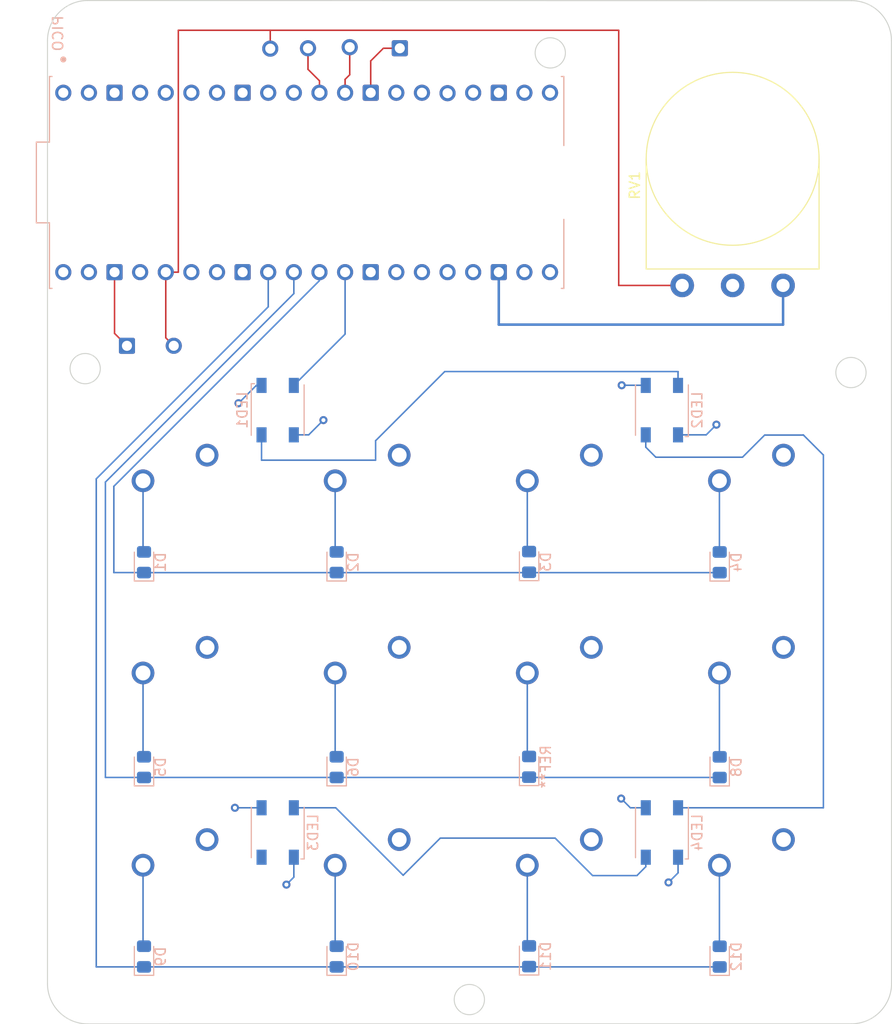
<source format=kicad_pcb>
(kicad_pcb (version 20221018) (generator pcbnew)
  (layers (0 "F.Cu" signal) (1 "In1.Cu" signal) (2 "In2.Cu" signal) (31 "B.Cu" signal) (34 "B.Paste" user) (35 "F.Paste" user) (36 "B.SilkS" user "B.Silkscreen") (37 "F.SilkS" user "F.Silkscreen") (38 "B.Mask" user) (39 "F.Mask" user) (44 "Edge.Cuts" user))
  (net 0 "")
  (footprint "MX_Only:MXOnly-1U-NoLED" (layer "F.Cu") (at 110.49 118.11)
    (fp_text reference "REF**")
    (fp_text value "1U")
    (pad "" np_thru_hole circle (at -5.08 0 48.0996) (size 1.75 1.75) (drill 1.75) (layers "*.Cu" "*.Mask"))
    (pad "" np_thru_hole circle (at 0 0) (size 3.9878 3.9878) (drill 3.9878) (layers "*.Cu" "*.Mask"))
    (pad "" np_thru_hole circle (at 5.08 0 48.0996) (size 1.75 1.75) (drill 1.75) (layers "*.Cu" "*.Mask"))
    (pad "1" thru_hole circle (at -3.81 -2.54) (size 2.25 2.25) (drill 1.47) (layers "*.Cu" "*.Mask"))
    (pad "2" thru_hole circle (at 2.54 -5.08) (size 2.25 2.25) (drill 1.47) (layers "*.Cu" "*.Mask"))
  )
  (footprint "MX_Only:MXOnly-1U-NoLED" (layer "F.Cu") (at 167.64 118.11)
    (fp_text reference "REF**")
    (fp_text value "1U")
    (pad "" np_thru_hole circle (at -5.08 0 48.0996) (size 1.75 1.75) (drill 1.75) (layers "*.Cu" "*.Mask"))
    (pad "" np_thru_hole circle (at 0 0) (size 3.9878 3.9878) (drill 3.9878) (layers "*.Cu" "*.Mask"))
    (pad "" np_thru_hole circle (at 5.08 0 48.0996) (size 1.75 1.75) (drill 1.75) (layers "*.Cu" "*.Mask"))
    (pad "1" thru_hole circle (at -3.81 -2.54) (size 2.25 2.25) (drill 1.47) (layers "*.Cu" "*.Mask"))
    (pad "2" thru_hole circle (at 2.54 -5.08) (size 2.25 2.25) (drill 1.47) (layers "*.Cu" "*.Mask"))
  )
  (footprint "MX_Only:MXOnly-1U-NoLED" (layer "F.Cu") (at 148.59 99.06)
    (fp_text reference "REF**")
    (fp_text value "1U")
    (pad "" np_thru_hole circle (at -5.08 0 48.0996) (size 1.75 1.75) (drill 1.75) (layers "*.Cu" "*.Mask"))
    (pad "" np_thru_hole circle (at 0 0) (size 3.9878 3.9878) (drill 3.9878) (layers "*.Cu" "*.Mask"))
    (pad "" np_thru_hole circle (at 5.08 0 48.0996) (size 1.75 1.75) (drill 1.75) (layers "*.Cu" "*.Mask"))
    (pad "1" thru_hole circle (at -3.81 -2.54) (size 2.25 2.25) (drill 1.47) (layers "*.Cu" "*.Mask"))
    (pad "2" thru_hole circle (at 2.54 -5.08) (size 2.25 2.25) (drill 1.47) (layers "*.Cu" "*.Mask"))
  )
  (footprint "MX_Only:MXOnly-1U-NoLED" (layer "F.Cu") (at 167.64 137.16)
    (fp_text reference "REF**")
    (fp_text value "1U")
    (pad "" np_thru_hole circle (at -5.08 0 48.0996) (size 1.75 1.75) (drill 1.75) (layers "*.Cu" "*.Mask"))
    (pad "" np_thru_hole circle (at 0 0) (size 3.9878 3.9878) (drill 3.9878) (layers "*.Cu" "*.Mask"))
    (pad "" np_thru_hole circle (at 5.08 0 48.0996) (size 1.75 1.75) (drill 1.75) (layers "*.Cu" "*.Mask"))
    (pad "1" thru_hole circle (at -3.81 -2.54) (size 2.25 2.25) (drill 1.47) (layers "*.Cu" "*.Mask"))
    (pad "2" thru_hole circle (at 2.54 -5.08) (size 2.25 2.25) (drill 1.47) (layers "*.Cu" "*.Mask"))
  )
  (footprint "MX_Only:MXOnly-1U-NoLED" (layer "F.Cu") (at 129.54 118.11)
    (fp_text reference "REF**")
    (fp_text value "1U")
    (pad "" np_thru_hole circle (at -5.08 0 48.0996) (size 1.75 1.75) (drill 1.75) (layers "*.Cu" "*.Mask"))
    (pad "" np_thru_hole circle (at 0 0) (size 3.9878 3.9878) (drill 3.9878) (layers "*.Cu" "*.Mask"))
    (pad "" np_thru_hole circle (at 5.08 0 48.0996) (size 1.75 1.75) (drill 1.75) (layers "*.Cu" "*.Mask"))
    (pad "1" thru_hole circle (at -3.81 -2.54) (size 2.25 2.25) (drill 1.47) (layers "*.Cu" "*.Mask"))
    (pad "2" thru_hole circle (at 2.54 -5.08) (size 2.25 2.25) (drill 1.47) (layers "*.Cu" "*.Mask"))
  )
  (footprint "MX_Only:MXOnly-1U-NoLED" (layer "F.Cu") (at 148.59 137.16)
    (fp_text reference "REF**")
    (fp_text value "1U")
    (pad "" np_thru_hole circle (at -5.08 0 48.0996) (size 1.75 1.75) (drill 1.75) (layers "*.Cu" "*.Mask"))
    (pad "" np_thru_hole circle (at 0 0) (size 3.9878 3.9878) (drill 3.9878) (layers "*.Cu" "*.Mask"))
    (pad "" np_thru_hole circle (at 5.08 0 48.0996) (size 1.75 1.75) (drill 1.75) (layers "*.Cu" "*.Mask"))
    (pad "1" thru_hole circle (at -3.81 -2.54) (size 2.25 2.25) (drill 1.47) (layers "*.Cu" "*.Mask"))
    (pad "2" thru_hole circle (at 2.54 -5.08) (size 2.25 2.25) (drill 1.47) (layers "*.Cu" "*.Mask"))
  )
  (footprint "MX_Only:MXOnly-1U-NoLED" (layer "F.Cu") (at 167.64 99.06)
    (fp_text reference "REF**")
    (fp_text value "1U")
    (pad "" np_thru_hole circle (at -5.08 0 48.0996) (size 1.75 1.75) (drill 1.75) (layers "*.Cu" "*.Mask"))
    (pad "" np_thru_hole circle (at 0 0) (size 3.9878 3.9878) (drill 3.9878) (layers "*.Cu" "*.Mask"))
    (pad "" np_thru_hole circle (at 5.08 0 48.0996) (size 1.75 1.75) (drill 1.75) (layers "*.Cu" "*.Mask"))
    (pad "1" thru_hole circle (at -3.81 -2.54) (size 2.25 2.25) (drill 1.47) (layers "*.Cu" "*.Mask"))
    (pad "2" thru_hole circle (at 2.54 -5.08) (size 2.25 2.25) (drill 1.47) (layers "*.Cu" "*.Mask"))
  )
  (footprint "" (layer "F.Cu") (at 127.173411 53.549187)
    (fp_text reference "" (at 0 0) (layer "F.SilkS") (effects (font (size 1.27 1.27))))
    (fp_text value "" (at 0 0) (layer "F.SilkS") (effects (font (size 1.27 1.27))))
    (pad "3" thru_hole circle (at 0 0 270) (size 1.6 1.6) (drill 1) (layers "*.Cu" "*.Mask"))
  )
  (footprint "" (layer "F.Cu") (at 109.726565 83.141429)
    (fp_text reference "" (at 0 0) (layer "F.SilkS") (effects (font (size 1.27 1.27))))
    (fp_text value "" (at 0 0) (layer "F.SilkS") (effects (font (size 1.27 1.27))))
    (pad "3" thru_hole circle (at 0 0 270) (size 1.6 1.6) (drill 1) (layers "*.Cu" "*.Mask"))
  )
  (footprint "" (layer "F.Cu") (at 105.085816 83.144984)
    (fp_text reference "" (at 0 0) (layer "F.SilkS") (effects (font (size 1.27 1.27))))
    (fp_text value "" (at 0 0) (layer "F.SilkS") (effects (font (size 1.27 1.27))))
    (pad "1" thru_hole roundrect (at 0 0 270) (size 1.6 1.6) (drill 1) (layers "*.Cu" "*.Mask") (roundrect_rratio 0.125))
  )
  (footprint "" (layer "F.Cu") (at 123.035911 53.657121)
    (fp_text reference "" (at 0 0) (layer "F.SilkS") (effects (font (size 1.27 1.27))))
    (fp_text value "" (at 0 0) (layer "F.SilkS") (effects (font (size 1.27 1.27))))
    (pad "2" thru_hole circle (at 0 0 270) (size 1.6 1.6) (drill 1) (layers "*.Cu" "*.Mask"))
  )
  (footprint "MX_Only:MXOnly-1U-NoLED" (layer "F.Cu") (at 110.49 99.06)
    (fp_text reference "M1")
    (fp_text value "1U")
    (pad "" np_thru_hole circle (at -5.08 0 48.0996) (size 1.75 1.75) (drill 1.75) (layers "*.Cu" "*.Mask"))
    (pad "" np_thru_hole circle (at 0 0) (size 3.9878 3.9878) (drill 3.9878) (layers "*.Cu" "*.Mask"))
    (pad "" np_thru_hole circle (at 5.08 0 48.0996) (size 1.75 1.75) (drill 1.75) (layers "*.Cu" "*.Mask"))
    (pad "1" thru_hole circle (at -3.81 -2.54) (size 2.25 2.25) (drill 1.47) (layers "*.Cu" "*.Mask"))
    (pad "2" thru_hole circle (at 2.54 -5.08) (size 2.25 2.25) (drill 1.47) (layers "*.Cu" "*.Mask"))
  )
  (footprint "MX_Only:MXOnly-1U-NoLED" (layer "F.Cu") (at 129.54 99.06)
    (fp_text reference "REF**")
    (fp_text value "1U")
    (pad "" np_thru_hole circle (at -5.08 0 48.0996) (size 1.75 1.75) (drill 1.75) (layers "*.Cu" "*.Mask"))
    (pad "" np_thru_hole circle (at 0 0) (size 3.9878 3.9878) (drill 3.9878) (layers "*.Cu" "*.Mask"))
    (pad "" np_thru_hole circle (at 5.08 0 48.0996) (size 1.75 1.75) (drill 1.75) (layers "*.Cu" "*.Mask"))
    (pad "1" thru_hole circle (at -3.81 -2.54) (size 2.25 2.25) (drill 1.47) (layers "*.Cu" "*.Mask"))
    (pad "2" thru_hole circle (at 2.54 -5.08) (size 2.25 2.25) (drill 1.47) (layers "*.Cu" "*.Mask"))
  )
  (footprint "MX_Only:MXOnly-1U-NoLED" (layer "F.Cu") (at 148.59 118.11)
    (fp_text reference "D7")
    (fp_text value "1U")
    (pad "" np_thru_hole circle (at -5.08 0 48.0996) (size 1.75 1.75) (drill 1.75) (layers "*.Cu" "*.Mask"))
    (pad "" np_thru_hole circle (at 0 0) (size 3.9878 3.9878) (drill 3.9878) (layers "*.Cu" "*.Mask"))
    (pad "" np_thru_hole circle (at 5.08 0 48.0996) (size 1.75 1.75) (drill 1.75) (layers "*.Cu" "*.Mask"))
    (pad "1" thru_hole circle (at -3.81 -2.54) (size 2.25 2.25) (drill 1.47) (layers "*.Cu" "*.Mask"))
    (pad "2" thru_hole circle (at 2.54 -5.08) (size 2.25 2.25) (drill 1.47) (layers "*.Cu" "*.Mask"))
  )
  (footprint "MX_Only:MXOnly-1U-NoLED" (layer "F.Cu") (at 129.54 137.16)
    (fp_text reference "REF**")
    (fp_text value "1U")
    (pad "" np_thru_hole circle (at -5.08 0 48.0996) (size 1.75 1.75) (drill 1.75) (layers "*.Cu" "*.Mask"))
    (pad "" np_thru_hole circle (at 0 0) (size 3.9878 3.9878) (drill 3.9878) (layers "*.Cu" "*.Mask"))
    (pad "" np_thru_hole circle (at 5.08 0 48.0996) (size 1.75 1.75) (drill 1.75) (layers "*.Cu" "*.Mask"))
    (pad "1" thru_hole circle (at -3.81 -2.54) (size 2.25 2.25) (drill 1.47) (layers "*.Cu" "*.Mask"))
    (pad "2" thru_hole circle (at 2.54 -5.08) (size 2.25 2.25) (drill 1.47) (layers "*.Cu" "*.Mask"))
  )
  (footprint "" (layer "F.Cu") (at 119.294173 53.6931)
    (fp_text reference "" (at 0 0) (layer "F.SilkS") (effects (font (size 1.27 1.27))))
    (fp_text value "" (at 0 0) (layer "F.SilkS") (effects (font (size 1.27 1.27))))
    (pad "1" thru_hole circle (at 0 0 270) (size 1.6 1.6) (drill 1) (layers "*.Cu" "*.Mask"))
  )
  (footprint "MX_Only:MXOnly-1U-NoLED" (layer "F.Cu") (at 110.49 137.16)
    (fp_text reference "REF**")
    (fp_text value "1U")
    (pad "" np_thru_hole circle (at -5.08 0 48.0996) (size 1.75 1.75) (drill 1.75) (layers "*.Cu" "*.Mask"))
    (pad "" np_thru_hole circle (at 0 0) (size 3.9878 3.9878) (drill 3.9878) (layers "*.Cu" "*.Mask"))
    (pad "" np_thru_hole circle (at 5.08 0 48.0996) (size 1.75 1.75) (drill 1.75) (layers "*.Cu" "*.Mask"))
    (pad "1" thru_hole circle (at -3.81 -2.54) (size 2.25 2.25) (drill 1.47) (layers "*.Cu" "*.Mask"))
    (pad "2" thru_hole circle (at 2.54 -5.08) (size 2.25 2.25) (drill 1.47) (layers "*.Cu" "*.Mask"))
  )
  (footprint "Potentiometer_THT:Potentiometer_Omeg_PC16BU_Vertical" (layer "F.Cu") (at 170.139694 77.160823 90)
    (fp_text reference "RV1" (at 9.915 -14.7 90) (layer "F.SilkS"))
    (fp_text value "Potentiometer")
    (fp_line (start 1.63 -13.57) (end 1.63 3.57) (stroke (width 0.12)) (layer "F.SilkS"))
    (fp_line (start 1.63 -13.57) (end 12.55 -13.57) (stroke (width 0.12)) (layer "F.SilkS"))
    (fp_line (start 1.63 3.57) (end 12.55 3.57) (stroke (width 0.12)) (layer "F.SilkS"))
    (fp_circle (center 12.55 -5) (end 21.12 -5) (stroke (width 0.12)) (fill none) (layer "F.SilkS"))
    (pad "1" thru_hole circle (at 0 -10 90) (size 2.34 2.34) (drill 1.3) (layers "*.Cu" "*.Mask"))
    (pad "2" thru_hole circle (at 0 -5 90) (size 2.34 2.34) (drill 1.3) (layers "*.Cu" "*.Mask"))
    (pad "3" thru_hole circle (at 0 0 90) (size 2.34 2.34) (drill 1.3) (layers "*.Cu" "*.Mask"))
  )
  (footprint "" (layer "F.Cu") (at 132.13841 53.654123)
    (fp_text reference "" (at 0 0) (layer "F.SilkS") (effects (font (size 1.27 1.27))))
    (fp_text value "" (at 0 0) (layer "F.SilkS") (effects (font (size 1.27 1.27))))
    (pad "4" thru_hole roundrect (at 0 0 270) (size 1.6 1.6) (drill 1) (layers "*.Cu" "*.Mask") (roundrect_rratio 0.125))
  )
  (footprint "Diode_SMD:D_0805_2012Metric_Pad1.15x1.40mm_HandSolder" (layer "B.Cu") (at 125.876951 143.672317 90)
    (fp_text reference "D10" (at 0 1.65 90) (layer "B.SilkS") (effects (justify mirror)))
    (fp_text value "D10")
    (fp_line (start -1.86 -0.96) (end 1 -0.96) (stroke (width 0.12)) (layer "B.SilkS"))
    (fp_line (start -1.86 0.96) (end -1.86 -0.96) (stroke (width 0.12)) (layer "B.SilkS"))
    (fp_line (start 1 0.96) (end -1.86 0.96) (stroke (width 0.12)) (layer "B.SilkS"))
    (pad "1" smd roundrect (at -1.025 0 90) (size 1.15 1.4) (layers "B.Cu" "B.Paste" "B.Mask") (roundrect_rratio 0.217391))
    (pad "2" smd roundrect (at 1.025 0 90) (size 1.15 1.4) (layers "B.Cu" "B.Paste" "B.Mask") (roundrect_rratio 0.217391))
  )
  (footprint "Diode_SMD:D_0805_2012Metric_Pad1.15x1.40mm_HandSolder" (layer "B.Cu") (at 163.85655 124.905392 90)
    (fp_text reference "D8" (at 0 1.65 90) (layer "B.SilkS") (effects (justify mirror)))
    (fp_text value "D8")
    (fp_line (start -1.86 -0.96) (end 1 -0.96) (stroke (width 0.12)) (layer "B.SilkS"))
    (fp_line (start -1.86 0.96) (end -1.86 -0.96) (stroke (width 0.12)) (layer "B.SilkS"))
    (fp_line (start 1 0.96) (end -1.86 0.96) (stroke (width 0.12)) (layer "B.SilkS"))
    (pad "1" smd roundrect (at -1.025 0 90) (size 1.15 1.4) (layers "B.Cu" "B.Paste" "B.Mask") (roundrect_rratio 0.217391))
    (pad "2" smd roundrect (at 1.025 0 90) (size 1.15 1.4) (layers "B.Cu" "B.Paste" "B.Mask") (roundrect_rratio 0.217391))
  )
  (footprint "LED_SMD:LED_Inolux_IN-PI554FCH_PLCC4_5.0x5.0mm_P3.2mm" (layer "B.Cu") (at 158.126163 89.517807 90)
    (fp_text reference "LED2" (at 0 3.5 90) (layer "B.SilkS") (effects (justify mirror)))
    (fp_text value "LED2")
    (fp_line (start -2.62 2.3) (end -2.62 2.62) (stroke (width 0.12)) (layer "B.SilkS"))
    (fp_line (start -2.62 2.62) (end 2.5 2.62) (stroke (width 0.12)) (layer "B.SilkS"))
    (fp_line (start -2.5 -2.62) (end 2.5 -2.62) (stroke (width 0.12)) (layer "B.SilkS"))
    (pad "1" smd rect (at -2.45 1.6 90) (size 1.5 1) (layers "B.Cu" "B.Paste" "B.Mask"))
    (pad "2" smd rect (at -2.45 -1.6 90) (size 1.5 1) (layers "B.Cu" "B.Paste" "B.Mask"))
    (pad "3" smd rect (at 2.45 -1.6 90) (size 1.5 1) (layers "B.Cu" "B.Paste" "B.Mask"))
    (pad "4" smd rect (at 2.45 1.6 90) (size 1.5 1) (layers "B.Cu" "B.Paste" "B.Mask"))
  )
  (footprint "Diode_SMD:D_0805_2012Metric_Pad1.15x1.40mm_HandSolder" (layer "B.Cu") (at 144.958845 143.641934 90)
    (fp_text reference "D11" (at 0 1.65 90) (layer "B.SilkS") (effects (justify mirror)))
    (fp_text value "D11")
    (fp_line (start -1.86 -0.96) (end 1 -0.96) (stroke (width 0.12)) (layer "B.SilkS"))
    (fp_line (start -1.86 0.96) (end -1.86 -0.96) (stroke (width 0.12)) (layer "B.SilkS"))
    (fp_line (start 1 0.96) (end -1.86 0.96) (stroke (width 0.12)) (layer "B.SilkS"))
    (pad "1" smd roundrect (at -1.025 0 90) (size 1.15 1.4) (layers "B.Cu" "B.Paste" "B.Mask") (roundrect_rratio 0.217391))
    (pad "2" smd roundrect (at 1.025 0 90) (size 1.15 1.4) (layers "B.Cu" "B.Paste" "B.Mask") (roundrect_rratio 0.217391))
  )
  (footprint "Raspberry_Pi_Pico_W_Kicad_Files:MODULE_SC0918" (layer "B.Cu") (at 122.903912 66.955384 -90)
    (fp_text reference "PICO" (at -14.776752 24.652615 90) (layer "B.SilkS") (effects (justify mirror)))
    (fp_text value "MODULE_SC0918" hide)
    (fp_line (start -10.5 -25.5) (end -10.5 -25.25) (stroke (width 0.127)) (layer "B.SilkS"))
    (fp_line (start -10.5 25.25) (end -10.5 25.5) (stroke (width 0.127)) (layer "B.SilkS"))
    (fp_line (start -10.5 25.5) (end -4 25.5) (stroke (width 0.127)) (layer "B.SilkS"))
    (fp_line (start -4 25.5) (end -4 26.8) (stroke (width 0.127)) (layer "B.SilkS"))
    (fp_line (start -4 26.8) (end 4 26.8) (stroke (width 0.127)) (layer "B.SilkS"))
    (fp_line (start -3.66 -25.5) (end -10.5 -25.5) (stroke (width 0.127)) (layer "B.SilkS"))
    (fp_line (start 4 25.5) (end 10.5 25.5) (stroke (width 0.127)) (layer "B.SilkS"))
    (fp_line (start 4 26.8) (end 4 25.5) (stroke (width 0.127)) (layer "B.SilkS"))
    (fp_line (start 10.5 -25.5) (end 3.66 -25.5) (stroke (width 0.127)) (layer "B.SilkS"))
    (fp_line (start 10.5 -25.5) (end 10.5 -25.25) (stroke (width 0.127)) (layer "B.SilkS"))
    (fp_line (start 10.5 25.5) (end 10.5 25.25) (stroke (width 0.127)) (layer "B.SilkS"))
    (fp_circle (center -12.19 24.13) (end -11.99 24.13) (stroke (width 0.2)) (fill solid) (layer "B.SilkS"))
    (pad "1" thru_hole circle (at -8.89 24.13 270) (size 1.6 1.6) (drill 1) (layers "*.Cu" "*.Mask"))
    (pad "2" thru_hole circle (at -8.89 21.59 270) (size 1.6 1.6) (drill 1) (layers "*.Cu" "*.Mask"))
    (pad "3" thru_hole roundrect (at -8.89 19.05 270) (size 1.6 1.6) (drill 1) (layers "*.Cu" "*.Mask") (roundrect_rratio 0.125))
    (pad "4" thru_hole circle (at -8.89 16.51 270) (size 1.6 1.6) (drill 1) (layers "*.Cu" "*.Mask"))
    (pad "5" thru_hole circle (at -8.89 13.97 270) (size 1.6 1.6) (drill 1) (layers "*.Cu" "*.Mask"))
    (pad "6" thru_hole circle (at -8.89 11.43 270) (size 1.6 1.6) (drill 1) (layers "*.Cu" "*.Mask"))
    (pad "7" thru_hole circle (at -8.89 8.89 270) (size 1.6 1.6) (drill 1) (layers "*.Cu" "*.Mask"))
    (pad "8" thru_hole roundrect (at -8.89 6.35 270) (size 1.6 1.6) (drill 1) (layers "*.Cu" "*.Mask") (roundrect_rratio 0.125))
    (pad "9" thru_hole circle (at -8.89 3.81 270) (size 1.6 1.6) (drill 1) (layers "*.Cu" "*.Mask"))
    (pad "10" thru_hole circle (at -8.89 1.27 270) (size 1.6 1.6) (drill 1) (layers "*.Cu" "*.Mask"))
    (pad "11" thru_hole circle (at -8.89 -1.27 270) (size 1.6 1.6) (drill 1) (layers "*.Cu" "*.Mask"))
    (pad "12" thru_hole circle (at -8.89 -3.81 270) (size 1.6 1.6) (drill 1) (layers "*.Cu" "*.Mask"))
    (pad "13" thru_hole roundrect (at -8.89 -6.35 270) (size 1.6 1.6) (drill 1) (layers "*.Cu" "*.Mask") (roundrect_rratio 0.125))
    (pad "14" thru_hole circle (at -8.89 -8.89 270) (size 1.6 1.6) (drill 1) (layers "*.Cu" "*.Mask"))
    (pad "15" thru_hole circle (at -8.89 -11.43 270) (size 1.6 1.6) (drill 1) (layers "*.Cu" "*.Mask"))
    (pad "16" thru_hole circle (at -8.848119 -13.97 270) (size 1.6 1.6) (drill 1) (layers "*.Cu" "*.Mask"))
    (pad "17" thru_hole circle (at -8.89 -16.51 270) (size 1.6 1.6) (drill 1) (layers "*.Cu" "*.Mask"))
    (pad "18" thru_hole roundrect (at -8.89 -19.05 270) (size 1.6 1.6) (drill 1) (layers "*.Cu" "*.Mask") (roundrect_rratio 0.125))
    (pad "19" thru_hole circle (at -8.89 -21.59 270) (size 1.6 1.6) (drill 1) (layers "*.Cu" "*.Mask"))
    (pad "20" thru_hole circle (at -8.89 -24.13 270) (size 1.6 1.6) (drill 1) (layers "*.Cu" "*.Mask"))
    (pad "21" thru_hole circle (at 8.89 -24.13 270) (size 1.6 1.6) (drill 1) (layers "*.Cu" "*.Mask"))
    (pad "22" thru_hole circle (at 8.89 -21.59 270) (size 1.6 1.6) (drill 1) (layers "*.Cu" "*.Mask"))
    (pad "23" thru_hole roundrect (at 8.89 -19.05 270) (size 1.6 1.6) (drill 1) (layers "*.Cu" "*.Mask") (roundrect_rratio 0.125))
    (pad "24" thru_hole circle (at 8.89 -16.51 270) (size 1.6 1.6) (drill 1) (layers "*.Cu" "*.Mask"))
    (pad "25" thru_hole circle (at 8.89 -13.97 270) (size 1.6 1.6) (drill 1) (layers "*.Cu" "*.Mask"))
    (pad "26" thru_hole circle (at 8.89 -11.43 270) (size 1.6 1.6) (drill 1) (layers "*.Cu" "*.Mask"))
    (pad "27" thru_hole circle (at 8.89 -8.89 270) (size 1.6 1.6) (drill 1) (layers "*.Cu" "*.Mask"))
    (pad "28" thru_hole roundrect (at 8.89 -6.35 270) (size 1.6 1.6) (drill 1) (layers "*.Cu" "*.Mask") (roundrect_rratio 0.125))
    (pad "29" thru_hole circle (at 8.89 -3.81 270) (size 1.6 1.6) (drill 1) (layers "*.Cu" "*.Mask"))
    (pad "30" thru_hole circle (at 8.89 -1.27 270) (size 1.6 1.6) (drill 1) (layers "*.Cu" "*.Mask"))
    (pad "31" thru_hole circle (at 8.89 1.27 270) (size 1.6 1.6) (drill 1) (layers "*.Cu" "*.Mask"))
    (pad "32" thru_hole circle (at 8.89 3.81 270) (size 1.6 1.6) (drill 1) (layers "*.Cu" "*.Mask"))
    (pad "33" thru_hole roundrect (at 8.89 6.35 270) (size 1.6 1.6) (drill 1) (layers "*.Cu" "*.Mask") (roundrect_rratio 0.125))
    (pad "34" thru_hole circle (at 8.89 8.89 270) (size 1.6 1.6) (drill 1) (layers "*.Cu" "*.Mask"))
    (pad "35" thru_hole circle (at 8.89 11.43 270) (size 1.6 1.6) (drill 1) (layers "*.Cu" "*.Mask"))
    (pad "36" thru_hole circle (at 8.89 13.97 270) (size 1.6 1.6) (drill 1) (layers "*.Cu" "*.Mask"))
    (pad "37" thru_hole circle (at 8.89 16.51 270) (size 1.6 1.6) (drill 1) (layers "*.Cu" "*.Mask"))
    (pad "38" thru_hole roundrect (at 8.89 19.05 270) (size 1.6 1.6) (drill 1) (layers "*.Cu" "*.Mask") (roundrect_rratio 0.125))
    (pad "39" thru_hole circle (at 8.89 21.59 270) (size 1.6 1.6) (drill 1) (layers "*.Cu" "*.Mask"))
    (pad "40" thru_hole circle (at 8.89 24.13 270) (size 1.6 1.6) (drill 1) (layers "*.Cu" "*.Mask"))
  )
  (footprint "Diode_SMD:D_0805_2012Metric_Pad1.15x1.40mm_HandSolder" (layer "B.Cu") (at 125.876951 124.898938 90)
    (fp_text reference "D6" (at 0 1.65 90) (layer "B.SilkS") (effects (justify mirror)))
    (fp_text value "D6")
    (fp_line (start -1.86 -0.96) (end 1 -0.96) (stroke (width 0.12)) (layer "B.SilkS"))
    (fp_line (start -1.86 0.96) (end -1.86 -0.96) (stroke (width 0.12)) (layer "B.SilkS"))
    (fp_line (start 1 0.96) (end -1.86 0.96) (stroke (width 0.12)) (layer "B.SilkS"))
    (pad "1" smd roundrect (at -1.025 0 90) (size 1.15 1.4) (layers "B.Cu" "B.Paste" "B.Mask") (roundrect_rratio 0.217391))
    (pad "2" smd roundrect (at 1.025 0 90) (size 1.15 1.4) (layers "B.Cu" "B.Paste" "B.Mask") (roundrect_rratio 0.217391))
  )
  (footprint "Diode_SMD:D_0805_2012Metric_Pad1.15x1.40mm_HandSolder" (layer "B.Cu") (at 106.776639 124.898938 90)
    (fp_text reference "D5" (at 0 1.65 90) (layer "B.SilkS") (effects (justify mirror)))
    (fp_text value "D5")
    (fp_line (start -1.86 -0.96) (end 1 -0.96) (stroke (width 0.12)) (layer "B.SilkS"))
    (fp_line (start -1.86 0.96) (end -1.86 -0.96) (stroke (width 0.12)) (layer "B.SilkS"))
    (fp_line (start 1 0.96) (end -1.86 0.96) (stroke (width 0.12)) (layer "B.SilkS"))
    (pad "1" smd roundrect (at -1.025 0 90) (size 1.15 1.4) (layers "B.Cu" "B.Paste" "B.Mask") (roundrect_rratio 0.217391))
    (pad "2" smd roundrect (at 1.025 0 90) (size 1.15 1.4) (layers "B.Cu" "B.Paste" "B.Mask") (roundrect_rratio 0.217391))
  )
  (footprint "Diode_SMD:D_0805_2012Metric_Pad1.15x1.40mm_HandSolder" (layer "B.Cu") (at 144.958845 104.562249 90)
    (fp_text reference "D3" (at 0 1.65 90) (layer "B.SilkS") (effects (justify mirror)))
    (fp_text value "D3")
    (fp_line (start -1.86 -0.96) (end 1 -0.96) (stroke (width 0.12)) (layer "B.SilkS"))
    (fp_line (start -1.86 0.96) (end -1.86 -0.96) (stroke (width 0.12)) (layer "B.SilkS"))
    (fp_line (start 1 0.96) (end -1.86 0.96) (stroke (width 0.12)) (layer "B.SilkS"))
    (pad "1" smd roundrect (at -1.025 0 90) (size 1.15 1.4) (layers "B.Cu" "B.Paste" "B.Mask") (roundrect_rratio 0.217391))
    (pad "2" smd roundrect (at 1.025 0 90) (size 1.15 1.4) (layers "B.Cu" "B.Paste" "B.Mask") (roundrect_rratio 0.217391))
  )
  (footprint "LED_SMD:LED_Inolux_IN-PI554FCH_PLCC4_5.0x5.0mm_P3.2mm" (layer "B.Cu") (at 120.03341 131.378548 90)
    (fp_text reference "LED3" (at 0 3.5 90) (layer "B.SilkS") (effects (justify mirror)))
    (fp_text value "LED")
    (fp_line (start -2.62 2.3) (end -2.62 2.62) (stroke (width 0.12)) (layer "B.SilkS"))
    (fp_line (start -2.62 2.62) (end 2.5 2.62) (stroke (width 0.12)) (layer "B.SilkS"))
    (fp_line (start -2.5 -2.62) (end 2.5 -2.62) (stroke (width 0.12)) (layer "B.SilkS"))
    (pad "1" smd rect (at -2.45 1.6 90) (size 1.5 1) (layers "B.Cu" "B.Paste" "B.Mask"))
    (pad "2" smd rect (at -2.45 -1.6 90) (size 1.5 1) (layers "B.Cu" "B.Paste" "B.Mask"))
    (pad "3" smd rect (at 2.45 -1.6 90) (size 1.5 1) (layers "B.Cu" "B.Paste" "B.Mask"))
    (pad "4" smd rect (at 2.45 1.6 90) (size 1.5 1) (layers "B.Cu" "B.Paste" "B.Mask"))
  )
  (footprint "Diode_SMD:D_0805_2012Metric_Pad1.15x1.40mm_HandSolder" (layer "B.Cu") (at 125.876951 104.592632 90)
    (fp_text reference "D2" (at 0 1.65 90) (layer "B.SilkS") (effects (justify mirror)))
    (fp_text value "D2")
    (fp_line (start -1.86 -0.96) (end 1 -0.96) (stroke (width 0.12)) (layer "B.SilkS"))
    (fp_line (start -1.86 0.96) (end -1.86 -0.96) (stroke (width 0.12)) (layer "B.SilkS"))
    (fp_line (start 1 0.96) (end -1.86 0.96) (stroke (width 0.12)) (layer "B.SilkS"))
    (pad "1" smd roundrect (at -1.025 0 90) (size 1.15 1.4) (layers "B.Cu" "B.Paste" "B.Mask") (roundrect_rratio 0.217391))
    (pad "2" smd roundrect (at 1.025 0 90) (size 1.15 1.4) (layers "B.Cu" "B.Paste" "B.Mask") (roundrect_rratio 0.217391))
  )
  (footprint "Diode_SMD:D_0805_2012Metric_Pad1.15x1.40mm_HandSolder" (layer "B.Cu") (at 106.776639 104.592632 90)
    (fp_text reference "D1" (at 0 1.65 90) (layer "B.SilkS") (effects (justify mirror)))
    (fp_text value "D1")
    (fp_line (start -1.86 -0.96) (end 1 -0.96) (stroke (width 0.12)) (layer "B.SilkS"))
    (fp_line (start -1.86 0.96) (end -1.86 -0.96) (stroke (width 0.12)) (layer "B.SilkS"))
    (fp_line (start 1 0.96) (end -1.86 0.96) (stroke (width 0.12)) (layer "B.SilkS"))
    (pad "1" smd roundrect (at -1.025 0 90) (size 1.15 1.4) (layers "B.Cu" "B.Paste" "B.Mask") (roundrect_rratio 0.217391))
    (pad "2" smd roundrect (at 1.025 0 90) (size 1.15 1.4) (layers "B.Cu" "B.Paste" "B.Mask") (roundrect_rratio 0.217391))
  )
  (footprint "LED_SMD:LED_Inolux_IN-PI554FCH_PLCC4_5.0x5.0mm_P3.2mm" (layer "B.Cu") (at 120.030127 89.517807 -90)
    (fp_text reference "LED1" (at 0 3.5 90) (layer "B.SilkS") (effects (justify mirror)))
    (fp_text value "LED1")
    (fp_line (start -2.62 2.3) (end -2.62 2.62) (stroke (width 0.12)) (layer "B.SilkS"))
    (fp_line (start -2.62 2.62) (end 2.5 2.62) (stroke (width 0.12)) (layer "B.SilkS"))
    (fp_line (start -2.5 -2.62) (end 2.5 -2.62) (stroke (width 0.12)) (layer "B.SilkS"))
    (pad "1" smd rect (at -2.45 1.6 270) (size 1.5 1) (layers "B.Cu" "B.Paste" "B.Mask"))
    (pad "2" smd rect (at -2.45 -1.6 270) (size 1.5 1) (layers "B.Cu" "B.Paste" "B.Mask"))
    (pad "3" smd rect (at 2.45 -1.6 270) (size 1.5 1) (layers "B.Cu" "B.Paste" "B.Mask"))
    (pad "4" smd rect (at 2.45 1.6 270) (size 1.5 1) (layers "B.Cu" "B.Paste" "B.Mask"))
  )
  (footprint "Diode_SMD:D_0805_2012Metric_Pad1.15x1.40mm_HandSolder" (layer "B.Cu") (at 163.85655 143.678771 90)
    (fp_text reference "D12" (at 0 1.65 90) (layer "B.SilkS") (effects (justify mirror)))
    (fp_text value "D12.")
    (fp_line (start -1.86 -0.96) (end 1 -0.96) (stroke (width 0.12)) (layer "B.SilkS"))
    (fp_line (start -1.86 0.96) (end -1.86 -0.96) (stroke (width 0.12)) (layer "B.SilkS"))
    (fp_line (start 1 0.96) (end -1.86 0.96) (stroke (width 0.12)) (layer "B.SilkS"))
    (pad "1" smd roundrect (at -1.025 0 90) (size 1.15 1.4) (layers "B.Cu" "B.Paste" "B.Mask") (roundrect_rratio 0.217391))
    (pad "2" smd roundrect (at 1.025 0 90) (size 1.15 1.4) (layers "B.Cu" "B.Paste" "B.Mask") (roundrect_rratio 0.217391))
  )
  (footprint "Diode_SMD:D_0805_2012Metric_Pad1.15x1.40mm_HandSolder" (layer "B.Cu") (at 163.85655 104.599086 90)
    (fp_text reference "D4" (at 0 1.65 90) (layer "B.SilkS") (effects (justify mirror)))
    (fp_text value "D4")
    (fp_line (start -1.86 -0.96) (end 1 -0.96) (stroke (width 0.12)) (layer "B.SilkS"))
    (fp_line (start -1.86 0.96) (end -1.86 -0.96) (stroke (width 0.12)) (layer "B.SilkS"))
    (fp_line (start 1 0.96) (end -1.86 0.96) (stroke (width 0.12)) (layer "B.SilkS"))
    (pad "1" smd roundrect (at -1.025 0 90) (size 1.15 1.4) (layers "B.Cu" "B.Paste" "B.Mask") (roundrect_rratio 0.217391))
    (pad "2" smd roundrect (at 1.025 0 90) (size 1.15 1.4) (layers "B.Cu" "B.Paste" "B.Mask") (roundrect_rratio 0.217391))
  )
  (footprint "Diode_SMD:D_0805_2012Metric_Pad1.15x1.40mm_HandSolder" (layer "B.Cu") (at 106.776639 143.672317 90)
    (fp_text reference "D9" (at 0 1.65 90) (layer "B.SilkS") (effects (justify mirror)))
    (fp_text value "D9")
    (fp_line (start -1.86 -0.96) (end 1 -0.96) (stroke (width 0.12)) (layer "B.SilkS"))
    (fp_line (start -1.86 0.96) (end -1.86 -0.96) (stroke (width 0.12)) (layer "B.SilkS"))
    (fp_line (start 1 0.96) (end -1.86 0.96) (stroke (width 0.12)) (layer "B.SilkS"))
    (pad "1" smd roundrect (at -1.025 0 90) (size 1.15 1.4) (layers "B.Cu" "B.Paste" "B.Mask") (roundrect_rratio 0.217391))
    (pad "2" smd roundrect (at 1.025 0 90) (size 1.15 1.4) (layers "B.Cu" "B.Paste" "B.Mask") (roundrect_rratio 0.217391))
  )
  (footprint "Diode_SMD:D_0805_2012Metric_Pad1.15x1.40mm_HandSolder" (layer "B.Cu") (at 144.958845 124.868555 90)
    (fp_text reference "REF**" (at 0 1.65 90) (layer "B.SilkS") (effects (justify mirror)))
    (fp_text value "D7")
    (fp_line (start -1.86 -0.96) (end 1 -0.96) (stroke (width 0.12)) (layer "B.SilkS"))
    (fp_line (start -1.86 0.96) (end -1.86 -0.96) (stroke (width 0.12)) (layer "B.SilkS"))
    (fp_line (start 1 0.96) (end -1.86 0.96) (stroke (width 0.12)) (layer "B.SilkS"))
    (pad "1" smd roundrect (at -1.025 0 90) (size 1.15 1.4) (layers "B.Cu" "B.Paste" "B.Mask") (roundrect_rratio 0.217391))
    (pad "2" smd roundrect (at 1.025 0 90) (size 1.15 1.4) (layers "B.Cu" "B.Paste" "B.Mask") (roundrect_rratio 0.217391))
  )
  (footprint "LED_SMD:LED_Inolux_IN-PI554FCH_PLCC4_5.0x5.0mm_P3.2mm" (layer "B.Cu") (at 158.129446 131.378548 90)
    (fp_text reference "LED4" (at 0 3.5 90) (layer "B.SilkS") (effects (justify mirror)))
    (fp_text value "LED3")
    (fp_line (start -2.62 2.3) (end -2.62 2.62) (stroke (width 0.12)) (layer "B.SilkS"))
    (fp_line (start -2.62 2.62) (end 2.5 2.62) (stroke (width 0.12)) (layer "B.SilkS"))
    (fp_line (start -2.5 -2.62) (end 2.5 -2.62) (stroke (width 0.12)) (layer "B.SilkS"))
    (pad "1" smd rect (at -2.45 1.6 90) (size 1.5 1) (layers "B.Cu" "B.Paste" "B.Mask"))
    (pad "2" smd rect (at -2.45 -1.6 90) (size 1.5 1) (layers "B.Cu" "B.Paste" "B.Mask"))
    (pad "3" smd rect (at 2.45 -1.6 90) (size 1.5 1) (layers "B.Cu" "B.Paste" "B.Mask"))
    (pad "4" smd rect (at 2.45 1.6 90) (size 1.5 1) (layers "B.Cu" "B.Paste" "B.Mask"))
  )
  (gr_line (start 101.19156 150.346065) (end 176.901866 150.33972) (stroke (width 0.1)) (layer "Edge.Cuts"))
  (gr_circle (center 139.033649 147.935923) (end 140.533649 147.935923) (stroke (width 0.1)) (fill none) (layer "Edge.Cuts"))
  (gr_arc (start 176.913884 48.936048) (mid 179.722128 50.099261) (end 180.885341 52.907505) (stroke (width 0.1)) (layer "Edge.Cuts"))
  (gr_line (start 97.205906 52.907505) (end 97.205906 146.360411) (stroke (width 0.1)) (layer "Edge.Cuts"))
  (gr_arc (start 180.896131 146.345455) (mid 179.726238 149.169827) (end 176.901866 150.33972) (stroke (width 0.1)) (layer "Edge.Cuts"))
  (gr_line (start 180.896131 146.345455) (end 180.885341 52.907505) (stroke (width 0.1)) (layer "Edge.Cuts"))
  (gr_circle (center 147.057656 54.113829) (end 148.557656 54.113829) (stroke (width 0.1)) (fill none) (layer "Edge.Cuts"))
  (gr_line (start 176.913884 48.936048) (end 101.190759 48.922652) (stroke (width 0.1)) (layer "Edge.Cuts"))
  (gr_circle (center 100.941987 85.404919) (end 102.441987 85.404919) (stroke (width 0.1)) (fill none) (layer "Edge.Cuts"))
  (gr_arc (start 101.19156 150.346065) (mid 98.373277 149.178694) (end 97.205906 146.360411) (stroke (width 0.1)) (layer "Edge.Cuts"))
  (gr_arc (start 97.205906 52.907505) (mid 98.373042 50.089788) (end 101.190759 48.922652) (stroke (width 0.1)) (layer "Edge.Cuts"))
  (gr_circle (center 176.871821 85.794304) (end 178.371821 85.794304) (stroke (width 0.1)) (fill none) (layer "Edge.Cuts"))
  (segment (start 153.844222 51.873164) (end 110.180088 51.873164) (width 0.15) (layer "F.Cu") (net 0))
  (segment (start 130.510678 53.654123) (end 132.13841 53.654123) (width 0.15) (layer "F.Cu") (net 0))
  (segment (start 126.713912 58.065384) (end 126.713912 56.740207) (width 0.15) (layer "F.Cu") (net 0))
  (segment (start 110.180088 75.845384) (end 108.933912 75.845384) (width 0.15) (layer "F.Cu") (net 0))
  (segment (start 129.253912 54.910889) (end 130.510678 53.654123) (width 0.15) (layer "F.Cu") (net 0))
  (segment (start 108.933912 75.845384) (end 108.933912 82.348776) (width 0.15) (layer "F.Cu") (net 0))
  (segment (start 103.853912 75.845384) (end 103.853912 81.91308) (width 0.15) (layer "F.Cu") (net 0))
  (segment (start 153.687931 71.10774) (end 153.645856 71.149814) (width 0) (layer "F.Cu") (net 0))
  (segment (start 160.139694 77.160823) (end 153.844222 77.160823) (width 0.15) (layer "F.Cu") (net 0))
  (segment (start 142.200318 75.598978) (end 141.953912 75.845384) (width 0) (layer "F.Cu") (net 0))
  (segment (start 126.713912 56.740207) (end 127.173411 56.280708) (width 0.15) (layer "F.Cu") (net 0))
  (segment (start 119.294173 51.873164) (end 119.294173 53.6931) (width 0.15) (layer "F.Cu") (net 0))
  (segment (start 124.173912 56.881404) (end 123.035911 55.743403) (width 0.15) (layer "F.Cu") (net 0))
  (segment (start 129.253912 58.065384) (end 129.253912 54.910889) (width 0.15) (layer "F.Cu") (net 0))
  (segment (start 127.173411 56.280708) (end 127.173411 53.549187) (width 0.15) (layer "F.Cu") (net 0))
  (segment (start 153.844222 77.160823) (end 153.844222 51.873164) (width 0.15) (layer "F.Cu") (net 0))
  (segment (start 123.035911 55.743403) (end 123.035911 53.657121) (width 0.15) (layer "F.Cu") (net 0))
  (segment (start 103.853912 81.91308) (end 105.085816 83.144984) (width 0.15) (layer "F.Cu") (net 0))
  (segment (start 124.173912 58.065384) (end 124.173912 56.881404) (width 0.15) (layer "F.Cu") (net 0))
  (segment (start 110.180088 51.873164) (end 110.180088 75.845384) (width 0.15) (layer "F.Cu") (net 0))
  (segment (start 108.933912 82.348776) (end 109.726565 83.141429) (width 0.15) (layer "F.Cu") (net 0))
  (via (at 120.89652 136.542477) (size 0.8) (drill 0.4) (layers "F.Cu" "B.Cu") (net 0))
  (via (at 163.530752 90.958028) (size 0.8) (drill 0.4) (layers "F.Cu" "B.Cu") (net 0))
  (via (at 116.147391 88.835311) (size 0.8) (drill 0.4) (layers "F.Cu" "B.Cu") (net 0))
  (via (at 115.791026 128.928548) (size 0.8) (drill 0.4) (layers "F.Cu" "B.Cu") (net 0))
  (via (at 158.781623 136.326608) (size 0.8) (drill 0.4) (layers "F.Cu" "B.Cu") (net 0))
  (via (at 154.08646 128.015631) (size 0.8) (drill 0.4) (layers "F.Cu" "B.Cu") (net 0))
  (via (at 154.140428 87.054388) (size 0.8) (drill 0.4) (layers "F.Cu" "B.Cu") (net 0))
  (via (at 124.566302 90.5083) (size 0.8) (drill 0.4) (layers "F.Cu" "B.Cu") (net 0))
  (segment (start 159.726163 87.067807) (end 159.726163 85.696007) (width 0.15) (layer "B.Cu") (net 0))
  (segment (start 156.529446 133.828548) (end 156.529446 134.768356) (width 0.15) (layer "B.Cu") (net 0))
  (segment (start 106.776639 105.617632) (end 103.786375 105.617632) (width 0.15) (layer "B.Cu") (net 0))
  (segment (start 126.713912 75.845384) (end 126.713912 81.984022) (width 0.15) (layer "B.Cu") (net 0))
  (segment (start 141.953912 81.0446) (end 141.953912 75.845384) (width 0.25) (layer "B.Cu") (net 0))
  (segment (start 118.430127 94.479199) (end 118.430127 91.967807) (width 0.15) (layer "B.Cu") (net 0))
  (segment (start 144.78 123.66471) (end 144.958845 123.843555) (width 0) (layer "B.Cu") (net 0))
  (segment (start 125.73 115.57) (end 125.73 123.726987) (width 0.15) (layer "B.Cu") (net 0))
  (segment (start 119.093912 79.278369) (end 102.042699 96.329582) (width 0.15) (layer "B.Cu") (net 0))
  (segment (start 129.739569 94.479199) (end 118.430127 94.479199) (width 0.15) (layer "B.Cu") (net 0))
  (segment (start 144.78 96.52) (end 144.78 103.358404) (width 0.15) (layer "B.Cu") (net 0))
  (segment (start 154.08646 128.015631) (end 154.999377 128.928548) (width 0.15) (layer "B.Cu") (net 0))
  (segment (start 147.542214 131.935619) (end 136.151788 131.935619) (width 0.15) (layer "B.Cu") (net 0))
  (segment (start 106.68 123.777299) (end 106.776639 123.873938) (width 0) (layer "B.Cu") (net 0))
  (segment (start 142.225102 58.405102) (end 142.24 58.42) (width 0) (layer "B.Cu") (net 0))
  (segment (start 119.093912 75.845384) (end 119.093912 79.278369) (width 0.15) (layer "B.Cu") (net 0))
  (segment (start 163.83 115.57) (end 163.83 123.853842) (width 0.15) (layer "B.Cu") (net 0))
  (segment (start 132.47228 135.615127) (end 125.785701 128.928548) (width 0.15) (layer "B.Cu") (net 0))
  (segment (start 159.726163 85.696007) (end 136.593768 85.696007) (width 0.15) (layer "B.Cu") (net 0))
  (segment (start 92.535848 91.747905) (end 92.497927 91.785826) (width 0) (layer "B.Cu") (net 0))
  (segment (start 174.139218 128.928548) (end 159.729446 128.928548) (width 0.15) (layer "B.Cu") (net 0))
  (segment (start 123.106795 91.967807) (end 124.566302 90.5083) (width 0.15) (layer "B.Cu") (net 0))
  (segment (start 102.950244 96.650942) (end 102.950244 125.923938) (width 0.15) (layer "B.Cu") (net 0))
  (segment (start 136.593768 85.696007) (end 129.739569 92.550206) (width 0.15) (layer "B.Cu") (net 0))
  (segment (start 125.73 103.420681) (end 125.876951 103.567632) (width 0) (layer "B.Cu") (net 0))
  (segment (start 163.850096 125.923938) (end 163.85655 125.930392) (width 0) (layer "B.Cu") (net 0))
  (segment (start 102.042699 144.697317) (end 106.776639 144.697317) (width 0.15) (layer "B.Cu") (net 0))
  (segment (start 154.999377 128.928548) (end 156.529446 128.928548) (width 0.15) (layer "B.Cu") (net 0))
  (segment (start 136.151788 131.935619) (end 132.47228 135.615127) (width 0.15) (layer "B.Cu") (net 0))
  (segment (start 163.966788 103.509787) (end 163.83 103.372999) (width 0.25) (layer "B.Cu") (net 0))
  (segment (start 129.739569 92.550206) (end 129.739569 94.479199) (width 0.15) (layer "B.Cu") (net 0))
  (segment (start 163.83 103.547536) (end 163.85655 103.574086) (width 0) (layer "B.Cu") (net 0))
  (segment (start 172.137759 91.967807) (end 172.233944 92.063992) (width 0.15) (layer "B.Cu") (net 0))
  (segment (start 125.73 96.52) (end 125.73 103.420681) (width 0.15) (layer "B.Cu") (net 0))
  (segment (start 170.139694 77.160823) (end 170.139694 81.0446) (width 0.25) (layer "B.Cu") (net 0))
  (segment (start 103.786375 97.069008) (end 124.173912 76.681471) (width 0.15) (layer "B.Cu") (net 0))
  (segment (start 125.922723 103.482158) (end 125.73 103.289435) (width 0.25) (layer "B.Cu") (net 0))
  (segment (start 157.520968 94.184578) (end 166.119771 94.184578) (width 0.15) (layer "B.Cu") (net 0))
  (segment (start 125.73 142.500366) (end 125.876951 142.647317) (width 0) (layer "B.Cu") (net 0))
  (segment (start 163.83 134.62) (end 163.83 142.627221) (width 0.15) (layer "B.Cu") (net 0))
  (segment (start 156.526163 91.967807) (end 156.526163 93.189773) (width 0.15) (layer "B.Cu") (net 0))
  (segment (start 125.785701 128.928548) (end 121.63341 128.928548) (width 0.15) (layer "B.Cu") (net 0))
  (segment (start 180.248753 92.51612) (end 180.229207 92.535666) (width 0) (layer "B.Cu") (net 0))
  (segment (start 102.950244 125.923938) (end 106.776639 125.923938) (width 0.15) (layer "B.Cu") (net 0))
  (segment (start 106.68 103.470993) (end 106.68 96.52) (width 0.15) (layer "B.Cu") (net 0))
  (segment (start 125.73 134.62) (end 125.73 142.500366) (width 0.15) (layer "B.Cu") (net 0))
  (segment (start 151.255707 135.649112) (end 147.542214 131.935619) (width 0.15) (layer "B.Cu") (net 0))
  (segment (start 168.314444 91.989905) (end 172.159857 91.989905) (width 0.15) (layer "B.Cu") (net 0))
  (segment (start 155.64869 135.649112) (end 151.255707 135.649112) (width 0.15) (layer "B.Cu") (net 0))
  (segment (start 159.726163 91.967807) (end 162.520973 91.967807) (width 0.15) (layer "B.Cu") (net 0))
  (segment (start 172.159857 91.989905) (end 172.233944 92.063992) (width 0) (layer "B.Cu") (net 0))
  (segment (start 115.791026 128.928548) (end 118.43341 128.928548) (width 0.15) (layer "B.Cu") (net 0))
  (segment (start 125.73 123.726987) (end 125.876951 123.873938) (width 0) (layer "B.Cu") (net 0))
  (segment (start 117.914895 87.067807) (end 118.430127 87.067807) (width 0.15) (layer "B.Cu") (net 0))
  (segment (start 156.512744 87.054388) (end 156.526163 87.067807) (width 0.25) (layer "B.Cu") (net 0))
  (segment (start 144.78 115.57) (end 144.78 123.66471) (width 0.15) (layer "B.Cu") (net 0))
  (segment (start 98.303194 125.930392) (end 98.286901 125.914099) (width 0) (layer "B.Cu") (net 0))
  (segment (start 124.173912 76.681471) (end 124.173912 75.845384) (width 0.15) (layer "B.Cu") (net 0))
  (segment (start 159.729446 135.378785) (end 159.729446 133.828548) (width 0.15) (layer "B.Cu") (net 0))
  (segment (start 170.139694 81.0446) (end 141.953912 81.0446) (width 0.25) (layer "B.Cu") (net 0))
  (segment (start 106.785526 103.457437) (end 106.68 103.351911) (width 0.25) (layer "B.Cu") (net 0))
  (segment (start 106.783093 105.624086) (end 106.776639 105.617632) (width 0) (layer "B.Cu") (net 0))
  (segment (start 121.63341 133.828548) (end 121.63341 135.805587) (width 0.15) (layer "B.Cu") (net 0))
  (segment (start 144.78 103.358404) (end 144.958845 103.537249) (width 0) (layer "B.Cu") (net 0))
  (segment (start 166.119771 94.184578) (end 168.314444 91.989905) (width 0.15) (layer "B.Cu") (net 0))
  (segment (start 180.248753 79.232162) (end 180.235902 79.219311) (width 0) (layer "B.Cu") (net 0))
  (segment (start 121.630127 91.967807) (end 123.106795 91.967807) (width 0.15) (layer "B.Cu") (net 0))
  (segment (start 172.233944 92.063992) (end 174.139218 93.969266) (width 0.15) (layer "B.Cu") (net 0))
  (segment (start 99.227334 105.624086) (end 99.216584 105.634836) (width 0) (layer "B.Cu") (net 0))
  (segment (start 106.776639 125.923938) (end 163.850096 125.923938) (width 0.15) (layer "B.Cu") (net 0))
  (segment (start 98.286901 126.314137) (end 98.293807 126.321043) (width 0) (layer "B.Cu") (net 0))
  (segment (start 116.147391 88.835311) (end 117.914895 87.067807) (width 0.15) (layer "B.Cu") (net 0))
  (segment (start 99.707911 88.346965) (end 99.692971 88.332025) (width 0) (layer "B.Cu") (net 0))
  (segment (start 144.78 134.62) (end 144.78 142.438089) (width 0.15) (layer "B.Cu") (net 0))
  (segment (start 106.68 134.62) (end 106.68 142.550678) (width 0.15) (layer "B.Cu") (net 0))
  (segment (start 145.013826 103.399274) (end 144.78 103.165448) (width 0.25) (layer "B.Cu") (net 0))
  (segment (start 162.520973 91.967807) (end 163.530752 90.958028) (width 0.15) (layer "B.Cu") (net 0))
  (segment (start 121.633912 77.967274) (end 102.950244 96.650942) (width 0.15) (layer "B.Cu") (net 0))
  (segment (start 163.83 142.627221) (end 163.85655 142.653771) (width 0) (layer "B.Cu") (net 0))
  (segment (start 121.633912 75.845384) (end 121.633912 77.967274) (width 0.15) (layer "B.Cu") (net 0))
  (segment (start 163.83 96.52) (end 163.83 103.547536) (width 0.15) (layer "B.Cu") (net 0))
  (segment (start 103.786375 105.617632) (end 103.786375 97.069008) (width 0.15) (layer "B.Cu") (net 0))
  (segment (start 126.713912 81.984022) (end 121.630127 87.067807) (width 0.15) (layer "B.Cu") (net 0))
  (segment (start 154.140428 87.054388) (end 156.512744 87.054388) (width 0.15) (layer "B.Cu") (net 0))
  (segment (start 106.68 115.57) (end 106.68 123.777299) (width 0.15) (layer "B.Cu") (net 0))
  (segment (start 156.526163 93.189773) (end 157.520968 94.184578) (width 0.15) (layer "B.Cu") (net 0))
  (segment (start 163.85655 105.624086) (end 106.783093 105.624086) (width 0.15) (layer "B.Cu") (net 0))
  (segment (start 174.139218 93.969266) (end 174.139218 128.928548) (width 0.15) (layer "B.Cu") (net 0))
  (segment (start 106.776639 103.567632) (end 106.68 103.470993) (width 0) (layer "B.Cu") (net 0))
  (segment (start 179.031838 66.07769) (end 178.994148 66.04) (width 0) (layer "B.Cu") (net 0))
  (segment (start 92.529095 138.724308) (end 92.549756 138.703647) (width 0) (layer "B.Cu") (net 0))
  (segment (start 163.83 123.853842) (end 163.85655 123.880392) (width 0) (layer "B.Cu") (net 0))
  (segment (start 144.78 142.438089) (end 144.958845 142.616934) (width 0) (layer "B.Cu") (net 0))
  (segment (start 158.781623 136.326608) (end 159.729446 135.378785) (width 0.15) (layer "B.Cu") (net 0))
  (segment (start 102.042699 96.329582) (end 102.042699 144.697317) (width 0.15) (layer "B.Cu") (net 0))
  (segment (start 156.529446 134.768356) (end 155.64869 135.649112) (width 0.15) (layer "B.Cu") (net 0))
  (segment (start 121.63341 135.805587) (end 120.89652 136.542477) (width 0.15) (layer "B.Cu") (net 0))
  (segment (start 106.68 142.550678) (end 106.776639 142.647317) (width 0) (layer "B.Cu") (net 0))
  (segment (start 163.850096 144.697317) (end 163.85655 144.703771) (width 0) (layer "B.Cu") (net 0))
  (segment (start 106.776639 144.697317) (end 163.850096 144.697317) (width 0.15) (layer "B.Cu") (net 0))
)
</source>
